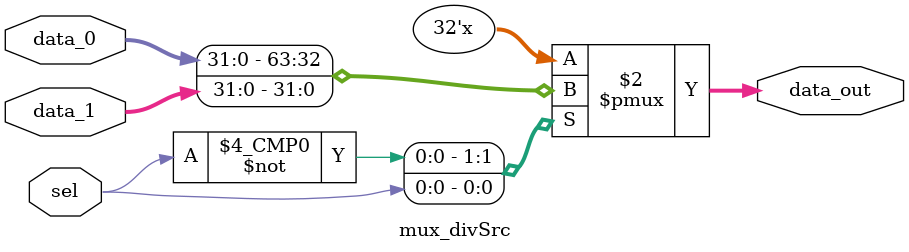
<source format=v>
module mux_divSrc (
    input wire sel,
    input wire [31:0] data_0, // from A
    input wire [31:0] data_1, // from MDR
    output reg [31:0] data_out
);
    always @(*) begin
        case (sel)
            1'd0: data_out = data_0;
            1'd1: data_out = data_1;
            default: data_out = data_0;
        endcase 
    end 

endmodule
</source>
